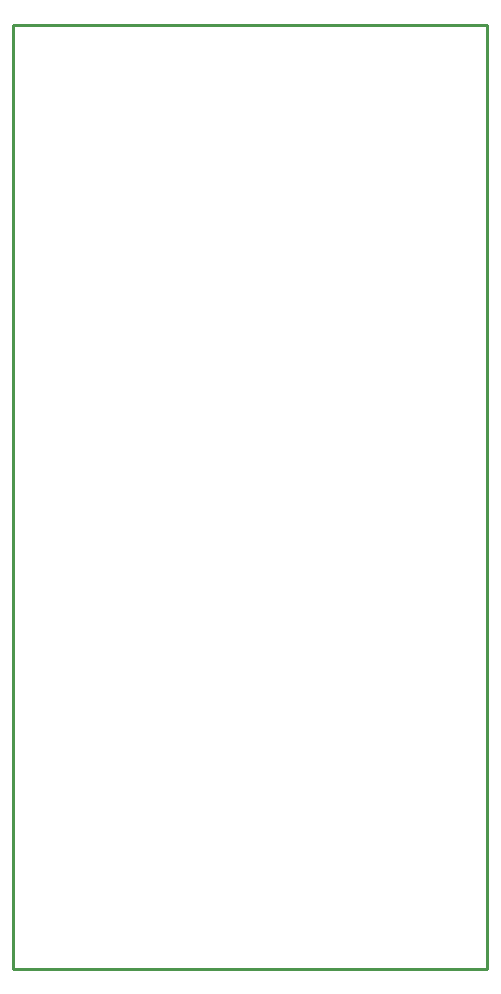
<source format=gbr>
G75*
G71*
%MOMM*%
%OFA0B0*%
%FSLAX53Y53*%
%IPPOS*%
%LPD*%
%ADD10C,0.25000*%
D10*
X0000000Y0000000D02*
X0000000Y0079940D01*
X0040130Y0079940D01*
X0040130Y0000000D01*
X0000000Y0000000D01*
M02*

</source>
